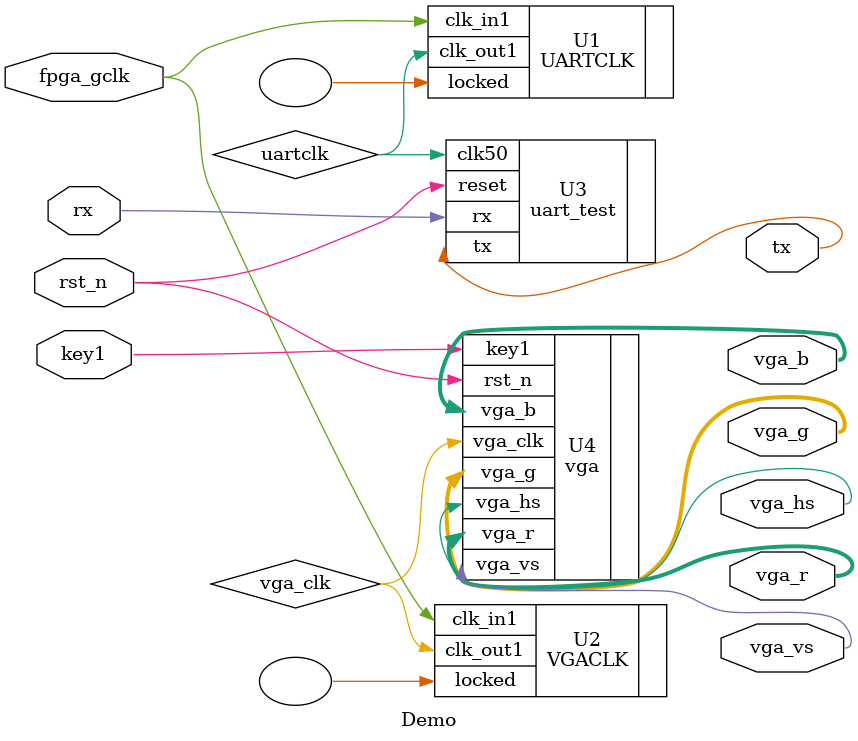
<source format=v>
`timescale 1ns / 1ps


module Demo(input fpga_gclk,
    input rx,
    output tx,
    input rst_n,
    output vga_hs,
    output vga_vs,
    output [3:0] vga_r,
    output [3:0] vga_g,
    output [3:0] vga_b,
    input key1
    );
    
    wire uartclk, vga_clk;
    UARTCLK U1(.clk_in1(fpga_gclk),
    .clk_out1(uartclk),
    .locked());
    
    VGACLK U2(
            .clk_in1(fpga_gclk),
            .clk_out1(vga_clk),
            .locked());
    uart_test U3(.clk50(uartclk),
    .rx(rx),
    .tx(tx),
    .reset(rst_n));
    
    vga U4(
    .rst_n(rst_n),
    .vga_clk(vga_clk),
    .vga_hs(vga_hs),
    .vga_vs(vga_vs),
    .vga_r(vga_r),
    .vga_g(vga_g),
    .vga_b(vga_b),
    .key1(key1));
    
    
endmodule

</source>
